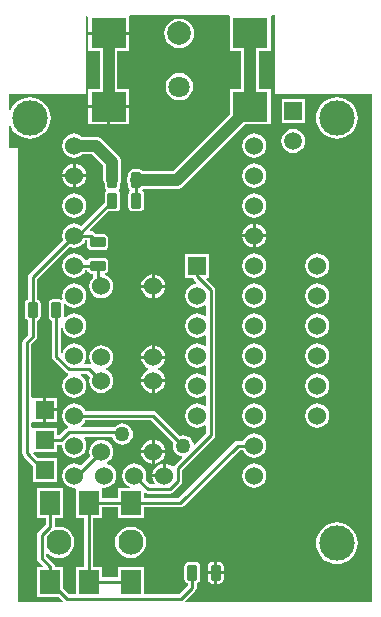
<source format=gtl>
G04 Layer_Physical_Order=1*
G04 Layer_Color=255*
%FSLAX24Y24*%
%MOIN*%
G70*
G01*
G75*
%ADD10R,0.0600X0.0600*%
G04:AMPARAMS|DCode=11|XSize=51.2mil|YSize=31.5mil|CornerRadius=3.9mil|HoleSize=0mil|Usage=FLASHONLY|Rotation=90.000|XOffset=0mil|YOffset=0mil|HoleType=Round|Shape=RoundedRectangle|*
%AMROUNDEDRECTD11*
21,1,0.0512,0.0236,0,0,90.0*
21,1,0.0433,0.0315,0,0,90.0*
1,1,0.0079,0.0118,0.0217*
1,1,0.0079,0.0118,-0.0217*
1,1,0.0079,-0.0118,-0.0217*
1,1,0.0079,-0.0118,0.0217*
%
%ADD11ROUNDEDRECTD11*%
G04:AMPARAMS|DCode=12|XSize=51.2mil|YSize=31.5mil|CornerRadius=3.9mil|HoleSize=0mil|Usage=FLASHONLY|Rotation=0.000|XOffset=0mil|YOffset=0mil|HoleType=Round|Shape=RoundedRectangle|*
%AMROUNDEDRECTD12*
21,1,0.0512,0.0236,0,0,0.0*
21,1,0.0433,0.0315,0,0,0.0*
1,1,0.0079,0.0217,-0.0118*
1,1,0.0079,-0.0217,-0.0118*
1,1,0.0079,-0.0217,0.0118*
1,1,0.0079,0.0217,0.0118*
%
%ADD12ROUNDEDRECTD12*%
%ADD13R,0.0669X0.0787*%
%ADD14R,0.1181X0.0984*%
%ADD15C,0.0100*%
%ADD16C,0.0394*%
%ADD17C,0.0600*%
%ADD18C,0.0591*%
%ADD19R,0.0591X0.0591*%
%ADD20C,0.0500*%
%ADD21C,0.1181*%
%ADD22C,0.0839*%
%ADD23C,0.0709*%
%ADD24C,0.0787*%
G36*
X54232Y27953D02*
X57480D01*
Y11024D01*
X51271D01*
X51251Y11074D01*
X51585Y11408D01*
X51618Y11457D01*
X51629Y11516D01*
Y11656D01*
X51649Y11660D01*
X51695Y11691D01*
X51726Y11737D01*
X51737Y11791D01*
Y12224D01*
X51726Y12279D01*
X51695Y12325D01*
X51649Y12356D01*
X51594Y12367D01*
X51358D01*
X51304Y12356D01*
X51258Y12325D01*
X51227Y12279D01*
X51216Y12224D01*
Y11791D01*
X51227Y11737D01*
X51258Y11691D01*
X51304Y11660D01*
X51323Y11656D01*
Y11579D01*
X51029Y11285D01*
X49860D01*
Y12196D01*
X48991D01*
Y11856D01*
X48462D01*
Y12196D01*
X48180D01*
Y13847D01*
X48462D01*
Y14188D01*
X48991D01*
Y13847D01*
X49860D01*
Y14188D01*
X51083D01*
X51141Y14199D01*
X51191Y14232D01*
X53055Y16097D01*
X53180D01*
X53201Y16048D01*
X53265Y15965D01*
X53348Y15901D01*
X53446Y15860D01*
X53550Y15847D01*
X53654Y15860D01*
X53752Y15901D01*
X53835Y15965D01*
X53899Y16048D01*
X53940Y16146D01*
X53953Y16250D01*
X53940Y16354D01*
X53899Y16452D01*
X53835Y16535D01*
X53752Y16599D01*
X53654Y16640D01*
X53550Y16653D01*
X53446Y16640D01*
X53348Y16599D01*
X53265Y16535D01*
X53201Y16452D01*
X53180Y16403D01*
X52992D01*
X52934Y16391D01*
X52884Y16358D01*
X51019Y14493D01*
X49860D01*
Y14657D01*
X49910Y14680D01*
X49941Y14659D01*
X50000Y14647D01*
X50736D01*
X50795Y14659D01*
X50845Y14692D01*
X51108Y14955D01*
X51141Y15005D01*
X51153Y15064D01*
Y15430D01*
X52208Y16485D01*
X52241Y16535D01*
X52253Y16593D01*
Y21436D01*
X52241Y21495D01*
X52208Y21545D01*
X51949Y21804D01*
X51968Y21850D01*
X52050D01*
Y22650D01*
X51250D01*
Y21850D01*
X51504D01*
X51509Y21828D01*
X51542Y21778D01*
X51620Y21700D01*
X51602Y21647D01*
X51546Y21640D01*
X51448Y21599D01*
X51365Y21535D01*
X51301Y21452D01*
X51260Y21354D01*
X51247Y21250D01*
X51260Y21146D01*
X51301Y21048D01*
X51365Y20965D01*
X51448Y20901D01*
X51546Y20860D01*
X51650Y20847D01*
X51754Y20860D01*
X51852Y20901D01*
X51897Y20935D01*
X51947Y20911D01*
Y20589D01*
X51897Y20565D01*
X51852Y20599D01*
X51754Y20640D01*
X51650Y20653D01*
X51546Y20640D01*
X51448Y20599D01*
X51365Y20535D01*
X51301Y20452D01*
X51260Y20354D01*
X51247Y20250D01*
X51260Y20146D01*
X51301Y20048D01*
X51365Y19965D01*
X51448Y19901D01*
X51546Y19860D01*
X51650Y19847D01*
X51754Y19860D01*
X51852Y19901D01*
X51897Y19935D01*
X51947Y19911D01*
Y19589D01*
X51897Y19565D01*
X51852Y19599D01*
X51754Y19640D01*
X51650Y19653D01*
X51546Y19640D01*
X51448Y19599D01*
X51365Y19535D01*
X51301Y19452D01*
X51260Y19354D01*
X51247Y19250D01*
X51260Y19146D01*
X51301Y19048D01*
X51365Y18965D01*
X51448Y18901D01*
X51546Y18860D01*
X51650Y18847D01*
X51754Y18860D01*
X51852Y18901D01*
X51897Y18935D01*
X51947Y18911D01*
Y18589D01*
X51897Y18565D01*
X51852Y18599D01*
X51754Y18640D01*
X51650Y18653D01*
X51546Y18640D01*
X51448Y18599D01*
X51365Y18535D01*
X51301Y18452D01*
X51260Y18354D01*
X51247Y18250D01*
X51260Y18146D01*
X51301Y18048D01*
X51365Y17965D01*
X51448Y17901D01*
X51546Y17860D01*
X51650Y17847D01*
X51754Y17860D01*
X51852Y17901D01*
X51897Y17935D01*
X51947Y17911D01*
Y17589D01*
X51897Y17565D01*
X51852Y17599D01*
X51754Y17640D01*
X51650Y17653D01*
X51546Y17640D01*
X51448Y17599D01*
X51365Y17535D01*
X51301Y17452D01*
X51260Y17354D01*
X51247Y17250D01*
X51260Y17146D01*
X51301Y17048D01*
X51365Y16965D01*
X51448Y16901D01*
X51546Y16860D01*
X51650Y16847D01*
X51754Y16860D01*
X51852Y16901D01*
X51897Y16935D01*
X51947Y16911D01*
Y16657D01*
X51574Y16283D01*
X51526Y16299D01*
X51522Y16332D01*
X51487Y16417D01*
X51431Y16490D01*
X51358Y16546D01*
X51272Y16581D01*
X51181Y16593D01*
X51090Y16581D01*
X51066Y16571D01*
X50279Y17358D01*
X50230Y17391D01*
X50171Y17403D01*
X47920D01*
X47899Y17452D01*
X47835Y17535D01*
X47752Y17599D01*
X47654Y17640D01*
X47550Y17653D01*
X47446Y17640D01*
X47348Y17599D01*
X47265Y17535D01*
X47201Y17452D01*
X47160Y17354D01*
X47147Y17250D01*
X47160Y17146D01*
X47201Y17048D01*
X47265Y16965D01*
X47348Y16901D01*
X47348Y16900D01*
X47343Y16849D01*
X47305Y16841D01*
X47255Y16808D01*
X47037Y16590D01*
X46955D01*
Y16837D01*
X46168D01*
X46155Y16837D01*
X46118Y16867D01*
Y17007D01*
X46155Y17037D01*
X46168Y17037D01*
X46505D01*
Y17437D01*
Y17837D01*
X46168D01*
X46155Y17837D01*
X46118Y17867D01*
Y19622D01*
X46270Y19774D01*
X46303Y19823D01*
X46314Y19882D01*
Y20416D01*
X46334Y20420D01*
X46380Y20451D01*
X46411Y20497D01*
X46422Y20551D01*
Y20984D01*
X46411Y21039D01*
X46380Y21085D01*
X46334Y21116D01*
X46314Y21119D01*
Y21798D01*
X47397Y22880D01*
X47446Y22860D01*
X47550Y22847D01*
X47654Y22860D01*
X47752Y22901D01*
X47835Y22965D01*
X47899Y23048D01*
X47920Y23097D01*
X47968D01*
Y22913D01*
X47979Y22859D01*
X48010Y22813D01*
X48056Y22782D01*
X48110Y22771D01*
X48543D01*
X48598Y22782D01*
X48644Y22813D01*
X48675Y22859D01*
X48685Y22913D01*
Y23150D01*
X48675Y23204D01*
X48644Y23250D01*
X48598Y23281D01*
X48543Y23292D01*
X48283D01*
X48216Y23358D01*
X48167Y23391D01*
X48108Y23403D01*
X48094D01*
X48075Y23449D01*
X48681Y24055D01*
X48701Y24051D01*
X48937D01*
X48991Y24062D01*
X49037Y24092D01*
X49068Y24139D01*
X49079Y24193D01*
Y24626D01*
X49068Y24680D01*
X49040Y24723D01*
X49034Y24738D01*
Y24770D01*
X49040Y24785D01*
X49068Y24828D01*
X49079Y24882D01*
Y24951D01*
X49108Y25021D01*
X49118Y25098D01*
Y25689D01*
X49108Y25766D01*
X49091Y25809D01*
X49078Y25839D01*
X49031Y25901D01*
X48470Y26462D01*
X48408Y26509D01*
X48335Y26539D01*
X48258Y26549D01*
X47817D01*
X47752Y26599D01*
X47654Y26640D01*
X47550Y26653D01*
X47446Y26640D01*
X47348Y26599D01*
X47265Y26535D01*
X47201Y26452D01*
X47160Y26354D01*
X47147Y26250D01*
X47160Y26146D01*
X47201Y26048D01*
X47265Y25965D01*
X47348Y25901D01*
X47446Y25860D01*
X47550Y25847D01*
X47654Y25860D01*
X47752Y25901D01*
X47817Y25951D01*
X48134D01*
X48519Y25565D01*
Y25098D01*
X48530Y25021D01*
X48559Y24951D01*
Y24882D01*
X48569Y24828D01*
X48598Y24785D01*
X48604Y24770D01*
Y24738D01*
X48598Y24723D01*
X48569Y24680D01*
X48559Y24626D01*
Y24366D01*
X47775Y23582D01*
X47752Y23599D01*
X47654Y23640D01*
X47550Y23653D01*
X47446Y23640D01*
X47348Y23599D01*
X47265Y23535D01*
X47201Y23452D01*
X47160Y23354D01*
X47147Y23250D01*
X47160Y23146D01*
X47181Y23097D01*
X46053Y21970D01*
X46020Y21920D01*
X46008Y21861D01*
Y21119D01*
X45989Y21116D01*
X45943Y21085D01*
X45912Y21039D01*
X45901Y20984D01*
Y20551D01*
X45912Y20497D01*
X45943Y20451D01*
X45989Y20420D01*
X46008Y20416D01*
Y19945D01*
X45856Y19793D01*
X45823Y19744D01*
X45812Y19685D01*
Y15985D01*
X45823Y15927D01*
X45856Y15877D01*
X46155Y15579D01*
Y15037D01*
X46955D01*
Y15837D01*
X46329D01*
X46179Y15987D01*
X46200Y16037D01*
X46955D01*
Y16284D01*
X47101D01*
X47110Y16286D01*
X47135Y16263D01*
X47148Y16242D01*
X47160Y16146D01*
X47201Y16048D01*
X47265Y15965D01*
X47348Y15901D01*
X47446Y15860D01*
X47550Y15847D01*
X47654Y15860D01*
X47752Y15901D01*
X47835Y15965D01*
X47899Y16048D01*
X47940Y16146D01*
X47953Y16250D01*
X47940Y16354D01*
X47899Y16452D01*
X47865Y16497D01*
X47889Y16547D01*
X48806D01*
X48807Y16542D01*
X48842Y16457D01*
X48898Y16384D01*
X48972Y16328D01*
X49057Y16293D01*
X49148Y16281D01*
X49239Y16293D01*
X49325Y16328D01*
X49398Y16384D01*
X49454Y16457D01*
X49489Y16542D01*
X49501Y16634D01*
X49489Y16725D01*
X49454Y16810D01*
X49398Y16883D01*
X49325Y16940D01*
X49239Y16975D01*
X49148Y16987D01*
X49057Y16975D01*
X48972Y16940D01*
X48898Y16883D01*
X48875Y16853D01*
X47780D01*
X47755Y16898D01*
X47755Y16903D01*
X47835Y16965D01*
X47899Y17048D01*
X47920Y17097D01*
X50108D01*
X50850Y16355D01*
X50840Y16332D01*
X50828Y16240D01*
X50840Y16149D01*
X50875Y16064D01*
X50931Y15991D01*
X51005Y15934D01*
X51090Y15899D01*
X51122Y15895D01*
X51138Y15848D01*
X50892Y15602D01*
X50870Y15569D01*
X50869Y15568D01*
X50819Y15555D01*
X50809Y15556D01*
X50752Y15599D01*
X50654Y15640D01*
X50600Y15647D01*
Y15250D01*
X50550D01*
Y15200D01*
X50153D01*
X50160Y15146D01*
X50201Y15048D01*
X50235Y15003D01*
X50211Y14953D01*
X50063D01*
X49920Y15097D01*
X49940Y15146D01*
X49953Y15250D01*
X49940Y15354D01*
X49899Y15452D01*
X49835Y15535D01*
X49752Y15599D01*
X49654Y15640D01*
X49550Y15653D01*
X49446Y15640D01*
X49348Y15599D01*
X49265Y15535D01*
X49201Y15452D01*
X49160Y15354D01*
X49147Y15250D01*
X49160Y15146D01*
X49201Y15048D01*
X49265Y14965D01*
X49348Y14901D01*
X49388Y14884D01*
X49378Y14834D01*
X48991D01*
Y14493D01*
X48462D01*
Y14808D01*
X48505Y14853D01*
X48550Y14847D01*
X48654Y14860D01*
X48752Y14901D01*
X48835Y14965D01*
X48899Y15048D01*
X48940Y15146D01*
X48953Y15250D01*
X48940Y15354D01*
X48899Y15452D01*
X48835Y15535D01*
X48752Y15599D01*
X48654Y15640D01*
X48648Y15641D01*
X48642Y15692D01*
X48647Y15694D01*
X48730Y15758D01*
X48794Y15842D01*
X48835Y15939D01*
X48848Y16043D01*
X48835Y16148D01*
X48794Y16245D01*
X48730Y16329D01*
X48647Y16393D01*
X48549Y16433D01*
X48445Y16447D01*
X48340Y16433D01*
X48243Y16393D01*
X48160Y16329D01*
X48095Y16245D01*
X48055Y16148D01*
X48041Y16043D01*
X48055Y15939D01*
X48075Y15890D01*
X47770Y15585D01*
X47752Y15599D01*
X47654Y15640D01*
X47550Y15653D01*
X47446Y15640D01*
X47348Y15599D01*
X47265Y15535D01*
X47201Y15452D01*
X47160Y15354D01*
X47147Y15250D01*
X47160Y15146D01*
X47201Y15048D01*
X47265Y14965D01*
X47348Y14901D01*
X47446Y14860D01*
X47548Y14847D01*
X47550Y14846D01*
X47593Y14802D01*
Y13847D01*
X47875D01*
Y12196D01*
X47593D01*
Y11285D01*
X47382D01*
X47183Y11484D01*
Y12196D01*
X46901D01*
Y12206D01*
X46889Y12265D01*
X46856Y12314D01*
X46611Y12559D01*
Y12636D01*
X46631Y12642D01*
X46661Y12648D01*
X46766Y12568D01*
X46892Y12516D01*
X47028Y12498D01*
X47163Y12516D01*
X47289Y12568D01*
X47398Y12651D01*
X47481Y12760D01*
X47533Y12886D01*
X47551Y13022D01*
X47533Y13157D01*
X47481Y13284D01*
X47398Y13392D01*
X47289Y13475D01*
X47163Y13528D01*
X47028Y13545D01*
X46946Y13535D01*
X46901Y13579D01*
Y13847D01*
X47183D01*
Y14834D01*
X46313D01*
Y13847D01*
X46595D01*
Y13611D01*
X46350Y13366D01*
X46317Y13316D01*
X46305Y13257D01*
Y12496D01*
X46317Y12438D01*
X46350Y12388D01*
X46495Y12243D01*
X46476Y12196D01*
X46313D01*
Y11209D01*
X47025D01*
X47161Y11074D01*
X47140Y11024D01*
X45669D01*
Y26181D01*
X45374Y26181D01*
Y26885D01*
X45422Y26900D01*
X45486Y26780D01*
X45572Y26675D01*
X45677Y26588D01*
X45797Y26524D01*
X45928Y26485D01*
X46063Y26471D01*
X46198Y26485D01*
X46329Y26524D01*
X46448Y26588D01*
X46554Y26675D01*
X46640Y26780D01*
X46704Y26900D01*
X46744Y27030D01*
X46757Y27165D01*
X46744Y27301D01*
X46704Y27431D01*
X46640Y27551D01*
X46554Y27656D01*
X46448Y27742D01*
X46329Y27806D01*
X46198Y27846D01*
X46063Y27859D01*
X45928Y27846D01*
X45797Y27806D01*
X45677Y27742D01*
X45572Y27656D01*
X45486Y27551D01*
X45422Y27431D01*
X45374Y27445D01*
Y27953D01*
X47933Y27953D01*
Y30568D01*
X47947Y30574D01*
X47964Y30570D01*
X47997Y30542D01*
Y30036D01*
X48688D01*
X49378D01*
Y30560D01*
X49378Y30578D01*
X49415Y30610D01*
X52685D01*
X52722Y30578D01*
X52722Y30560D01*
Y29394D01*
X53113D01*
Y28137D01*
X52722D01*
Y27278D01*
X50842Y25398D01*
X49837D01*
X49825Y25415D01*
X49779Y25446D01*
X49724Y25457D01*
X49488D01*
X49434Y25446D01*
X49388Y25415D01*
X49357Y25369D01*
X49346Y25315D01*
Y25246D01*
X49317Y25176D01*
X49307Y25098D01*
X49317Y25021D01*
X49346Y24951D01*
Y24882D01*
X49357Y24828D01*
X49385Y24785D01*
X49391Y24770D01*
Y24738D01*
X49385Y24723D01*
X49357Y24680D01*
X49346Y24626D01*
Y24193D01*
X49357Y24139D01*
X49388Y24092D01*
X49434Y24062D01*
X49488Y24051D01*
X49724D01*
X49779Y24062D01*
X49825Y24092D01*
X49856Y24139D01*
X49867Y24193D01*
Y24626D01*
X49856Y24680D01*
X49827Y24723D01*
X49821Y24738D01*
Y24755D01*
X49863Y24799D01*
X50966D01*
X51043Y24809D01*
X51115Y24839D01*
X51177Y24887D01*
X53244Y26953D01*
X54103D01*
Y28137D01*
X53712D01*
Y29394D01*
X54103D01*
Y30560D01*
X54103Y30578D01*
X54139Y30610D01*
X54232D01*
Y27953D01*
D02*
G37*
%LPC*%
G36*
X51050Y30484D02*
X50921Y30467D01*
X50801Y30417D01*
X50698Y30338D01*
X50619Y30235D01*
X50569Y30115D01*
X50552Y29986D01*
X50569Y29857D01*
X50619Y29737D01*
X50698Y29634D01*
X50801Y29555D01*
X50921Y29505D01*
X51050Y29488D01*
X51179Y29505D01*
X51299Y29555D01*
X51402Y29634D01*
X51481Y29737D01*
X51531Y29857D01*
X51548Y29986D01*
X51531Y30115D01*
X51481Y30235D01*
X51402Y30338D01*
X51299Y30417D01*
X51179Y30467D01*
X51050Y30484D01*
D02*
G37*
G36*
Y28672D02*
X50931Y28657D01*
X50821Y28611D01*
X50726Y28538D01*
X50653Y28443D01*
X50607Y28333D01*
X50592Y28214D01*
X50607Y28096D01*
X50653Y27985D01*
X50726Y27890D01*
X50821Y27817D01*
X50931Y27772D01*
X51050Y27756D01*
X51169Y27772D01*
X51279Y27817D01*
X51374Y27890D01*
X51447Y27985D01*
X51493Y28096D01*
X51508Y28214D01*
X51493Y28333D01*
X51447Y28443D01*
X51374Y28538D01*
X51279Y28611D01*
X51169Y28657D01*
X51050Y28672D01*
D02*
G37*
G36*
X49378Y29936D02*
X48688D01*
X47997D01*
Y29394D01*
X48388D01*
Y28137D01*
X47997D01*
Y27595D01*
X48688D01*
X49378D01*
Y28137D01*
X48987D01*
Y29394D01*
X49378D01*
Y29936D01*
D02*
G37*
G36*
X55245Y27795D02*
X54455D01*
Y27005D01*
X55245D01*
Y27795D01*
D02*
G37*
G36*
X49378Y27495D02*
X48738D01*
Y26953D01*
X49378D01*
Y27495D01*
D02*
G37*
G36*
X48638D02*
X47997D01*
Y26953D01*
X48638D01*
Y27495D01*
D02*
G37*
G36*
X56299Y27859D02*
X56164Y27846D01*
X56034Y27806D01*
X55914Y27742D01*
X55809Y27656D01*
X55722Y27551D01*
X55658Y27431D01*
X55619Y27301D01*
X55605Y27165D01*
X55619Y27030D01*
X55658Y26900D01*
X55722Y26780D01*
X55809Y26675D01*
X55914Y26588D01*
X56034Y26524D01*
X56164Y26485D01*
X56299Y26471D01*
X56435Y26485D01*
X56565Y26524D01*
X56685Y26588D01*
X56790Y26675D01*
X56876Y26780D01*
X56940Y26900D01*
X56980Y27030D01*
X56993Y27165D01*
X56980Y27301D01*
X56940Y27431D01*
X56876Y27551D01*
X56790Y27656D01*
X56685Y27742D01*
X56565Y27806D01*
X56435Y27846D01*
X56299Y27859D01*
D02*
G37*
G36*
X54850Y26799D02*
X54747Y26785D01*
X54651Y26745D01*
X54568Y26682D01*
X54505Y26599D01*
X54465Y26503D01*
X54451Y26400D01*
X54465Y26297D01*
X54505Y26201D01*
X54568Y26118D01*
X54651Y26055D01*
X54747Y26015D01*
X54850Y26001D01*
X54953Y26015D01*
X55049Y26055D01*
X55132Y26118D01*
X55195Y26201D01*
X55235Y26297D01*
X55249Y26400D01*
X55235Y26503D01*
X55195Y26599D01*
X55132Y26682D01*
X55049Y26745D01*
X54953Y26785D01*
X54850Y26799D01*
D02*
G37*
G36*
X53550Y26653D02*
X53446Y26640D01*
X53348Y26599D01*
X53265Y26535D01*
X53201Y26452D01*
X53160Y26354D01*
X53147Y26250D01*
X53160Y26146D01*
X53201Y26048D01*
X53265Y25965D01*
X53348Y25901D01*
X53446Y25860D01*
X53550Y25847D01*
X53654Y25860D01*
X53752Y25901D01*
X53835Y25965D01*
X53899Y26048D01*
X53940Y26146D01*
X53953Y26250D01*
X53940Y26354D01*
X53899Y26452D01*
X53835Y26535D01*
X53752Y26599D01*
X53654Y26640D01*
X53550Y26653D01*
D02*
G37*
G36*
X47600Y25647D02*
Y25300D01*
X47947D01*
X47940Y25354D01*
X47899Y25452D01*
X47835Y25535D01*
X47752Y25599D01*
X47654Y25640D01*
X47600Y25647D01*
D02*
G37*
G36*
X47500D02*
X47446Y25640D01*
X47348Y25599D01*
X47265Y25535D01*
X47201Y25452D01*
X47160Y25354D01*
X47153Y25300D01*
X47500D01*
Y25647D01*
D02*
G37*
G36*
X47947Y25200D02*
X47600D01*
Y24853D01*
X47654Y24860D01*
X47752Y24901D01*
X47835Y24965D01*
X47899Y25048D01*
X47940Y25146D01*
X47947Y25200D01*
D02*
G37*
G36*
X47500D02*
X47153D01*
X47160Y25146D01*
X47201Y25048D01*
X47265Y24965D01*
X47348Y24901D01*
X47446Y24860D01*
X47500Y24853D01*
Y25200D01*
D02*
G37*
G36*
X53550Y25653D02*
X53446Y25640D01*
X53348Y25599D01*
X53265Y25535D01*
X53201Y25452D01*
X53160Y25354D01*
X53147Y25250D01*
X53160Y25146D01*
X53201Y25048D01*
X53265Y24965D01*
X53348Y24901D01*
X53446Y24860D01*
X53550Y24847D01*
X53654Y24860D01*
X53752Y24901D01*
X53835Y24965D01*
X53899Y25048D01*
X53940Y25146D01*
X53953Y25250D01*
X53940Y25354D01*
X53899Y25452D01*
X53835Y25535D01*
X53752Y25599D01*
X53654Y25640D01*
X53550Y25653D01*
D02*
G37*
G36*
Y24653D02*
X53446Y24640D01*
X53348Y24599D01*
X53265Y24535D01*
X53201Y24452D01*
X53160Y24354D01*
X53147Y24250D01*
X53160Y24146D01*
X53201Y24048D01*
X53265Y23965D01*
X53348Y23901D01*
X53446Y23860D01*
X53550Y23847D01*
X53654Y23860D01*
X53752Y23901D01*
X53835Y23965D01*
X53899Y24048D01*
X53940Y24146D01*
X53953Y24250D01*
X53940Y24354D01*
X53899Y24452D01*
X53835Y24535D01*
X53752Y24599D01*
X53654Y24640D01*
X53550Y24653D01*
D02*
G37*
G36*
X47550D02*
X47446Y24640D01*
X47348Y24599D01*
X47265Y24535D01*
X47201Y24452D01*
X47160Y24354D01*
X47147Y24250D01*
X47160Y24146D01*
X47201Y24048D01*
X47265Y23965D01*
X47348Y23901D01*
X47446Y23860D01*
X47550Y23847D01*
X47654Y23860D01*
X47752Y23901D01*
X47835Y23965D01*
X47899Y24048D01*
X47940Y24146D01*
X47953Y24250D01*
X47940Y24354D01*
X47899Y24452D01*
X47835Y24535D01*
X47752Y24599D01*
X47654Y24640D01*
X47550Y24653D01*
D02*
G37*
G36*
X53600Y23647D02*
Y23300D01*
X53947D01*
X53940Y23354D01*
X53899Y23452D01*
X53835Y23535D01*
X53752Y23599D01*
X53654Y23640D01*
X53600Y23647D01*
D02*
G37*
G36*
X53500D02*
X53446Y23640D01*
X53348Y23599D01*
X53265Y23535D01*
X53201Y23452D01*
X53160Y23354D01*
X53153Y23300D01*
X53500D01*
Y23647D01*
D02*
G37*
G36*
X53947Y23200D02*
X53600D01*
Y22853D01*
X53654Y22860D01*
X53752Y22901D01*
X53835Y22965D01*
X53899Y23048D01*
X53940Y23146D01*
X53947Y23200D01*
D02*
G37*
G36*
X53500D02*
X53153D01*
X53160Y23146D01*
X53201Y23048D01*
X53265Y22965D01*
X53348Y22901D01*
X53446Y22860D01*
X53500Y22853D01*
Y23200D01*
D02*
G37*
G36*
X55650Y22653D02*
X55546Y22640D01*
X55448Y22599D01*
X55365Y22535D01*
X55301Y22452D01*
X55260Y22354D01*
X55247Y22250D01*
X55260Y22146D01*
X55301Y22048D01*
X55365Y21965D01*
X55448Y21901D01*
X55546Y21860D01*
X55650Y21847D01*
X55754Y21860D01*
X55852Y21901D01*
X55935Y21965D01*
X55999Y22048D01*
X56040Y22146D01*
X56053Y22250D01*
X56040Y22354D01*
X55999Y22452D01*
X55935Y22535D01*
X55852Y22599D01*
X55754Y22640D01*
X55650Y22653D01*
D02*
G37*
G36*
X53550D02*
X53446Y22640D01*
X53348Y22599D01*
X53265Y22535D01*
X53201Y22452D01*
X53160Y22354D01*
X53147Y22250D01*
X53160Y22146D01*
X53201Y22048D01*
X53265Y21965D01*
X53348Y21901D01*
X53446Y21860D01*
X53550Y21847D01*
X53654Y21860D01*
X53752Y21901D01*
X53835Y21965D01*
X53899Y22048D01*
X53940Y22146D01*
X53953Y22250D01*
X53940Y22354D01*
X53899Y22452D01*
X53835Y22535D01*
X53752Y22599D01*
X53654Y22640D01*
X53550Y22653D01*
D02*
G37*
G36*
X50227Y21952D02*
Y21605D01*
X50574D01*
X50567Y21660D01*
X50527Y21757D01*
X50462Y21840D01*
X50379Y21905D01*
X50282Y21945D01*
X50227Y21952D01*
D02*
G37*
G36*
X50127Y21952D02*
X50073Y21945D01*
X49975Y21905D01*
X49892Y21840D01*
X49828Y21757D01*
X49787Y21660D01*
X49780Y21605D01*
X50127D01*
Y21952D01*
D02*
G37*
G36*
X50574Y21505D02*
X50227D01*
Y21158D01*
X50282Y21165D01*
X50379Y21206D01*
X50462Y21270D01*
X50527Y21353D01*
X50567Y21451D01*
X50574Y21505D01*
D02*
G37*
G36*
X50127D02*
X49780D01*
X49787Y21451D01*
X49828Y21353D01*
X49892Y21270D01*
X49975Y21206D01*
X50073Y21165D01*
X50127Y21158D01*
Y21505D01*
D02*
G37*
G36*
X47550Y22653D02*
X47446Y22640D01*
X47348Y22599D01*
X47265Y22535D01*
X47201Y22452D01*
X47160Y22354D01*
X47147Y22250D01*
X47160Y22146D01*
X47201Y22048D01*
X47265Y21965D01*
X47348Y21901D01*
X47446Y21860D01*
X47550Y21847D01*
X47654Y21860D01*
X47752Y21901D01*
X47835Y21965D01*
X47899Y22048D01*
X47917Y22091D01*
X47975D01*
X47979Y22072D01*
X48010Y22025D01*
X48056Y21995D01*
X48110Y21984D01*
X48174D01*
Y21851D01*
X48160Y21840D01*
X48095Y21757D01*
X48055Y21660D01*
X48041Y21555D01*
X48055Y21451D01*
X48095Y21353D01*
X48160Y21270D01*
X48243Y21206D01*
X48340Y21165D01*
X48445Y21152D01*
X48549Y21165D01*
X48647Y21206D01*
X48730Y21270D01*
X48794Y21353D01*
X48835Y21451D01*
X48848Y21555D01*
X48835Y21660D01*
X48794Y21757D01*
X48730Y21840D01*
X48647Y21905D01*
X48567Y21938D01*
X48572Y21990D01*
X48598Y21995D01*
X48644Y22025D01*
X48675Y22072D01*
X48685Y22126D01*
Y22362D01*
X48675Y22417D01*
X48644Y22463D01*
X48598Y22493D01*
X48543Y22504D01*
X48110D01*
X48056Y22493D01*
X48010Y22463D01*
X47979Y22417D01*
X47975Y22397D01*
X47922D01*
X47899Y22452D01*
X47835Y22535D01*
X47752Y22599D01*
X47654Y22640D01*
X47550Y22653D01*
D02*
G37*
G36*
Y21653D02*
X47446Y21640D01*
X47348Y21599D01*
X47265Y21535D01*
X47201Y21452D01*
X47160Y21354D01*
X47147Y21250D01*
X47160Y21150D01*
X47147Y21135D01*
X47118Y21116D01*
X47067Y21126D01*
X46831D01*
X46776Y21116D01*
X46730Y21085D01*
X46699Y21039D01*
X46689Y20984D01*
Y20551D01*
X46699Y20497D01*
X46730Y20451D01*
X46776Y20420D01*
X46796Y20416D01*
Y19215D01*
X46808Y19156D01*
X46841Y19107D01*
X47255Y18692D01*
X47305Y18659D01*
X47343Y18651D01*
X47348Y18600D01*
X47348Y18599D01*
X47265Y18535D01*
X47201Y18452D01*
X47160Y18354D01*
X47147Y18250D01*
X47160Y18146D01*
X47201Y18048D01*
X47265Y17965D01*
X47348Y17901D01*
X47446Y17860D01*
X47550Y17847D01*
X47654Y17860D01*
X47752Y17901D01*
X47835Y17965D01*
X47899Y18048D01*
X47940Y18146D01*
X47953Y18250D01*
X47940Y18354D01*
X47899Y18452D01*
X47835Y18535D01*
X47755Y18597D01*
X47755Y18602D01*
X47780Y18647D01*
X47967D01*
X48070Y18545D01*
X48055Y18510D01*
X48041Y18406D01*
X48055Y18301D01*
X48095Y18204D01*
X48160Y18120D01*
X48243Y18056D01*
X48340Y18016D01*
X48445Y18002D01*
X48549Y18016D01*
X48647Y18056D01*
X48730Y18120D01*
X48794Y18204D01*
X48835Y18301D01*
X48848Y18406D01*
X48835Y18510D01*
X48794Y18607D01*
X48730Y18691D01*
X48647Y18755D01*
X48605Y18772D01*
Y18826D01*
X48647Y18844D01*
X48730Y18908D01*
X48794Y18991D01*
X48835Y19088D01*
X48848Y19193D01*
X48835Y19297D01*
X48794Y19395D01*
X48730Y19478D01*
X48647Y19542D01*
X48549Y19583D01*
X48445Y19596D01*
X48340Y19583D01*
X48243Y19542D01*
X48160Y19478D01*
X48095Y19395D01*
X48055Y19297D01*
X48041Y19193D01*
X48055Y19088D01*
X48095Y18991D01*
X48096Y18991D01*
X48067Y18946D01*
X48031Y18953D01*
X47889D01*
X47865Y19003D01*
X47899Y19048D01*
X47940Y19146D01*
X47953Y19250D01*
X47940Y19354D01*
X47899Y19452D01*
X47835Y19535D01*
X47752Y19599D01*
X47654Y19640D01*
X47550Y19653D01*
X47446Y19640D01*
X47348Y19599D01*
X47265Y19535D01*
X47201Y19452D01*
X47160Y19354D01*
X47160Y19350D01*
X47106Y19321D01*
X47102Y19323D01*
Y20207D01*
X47152Y20210D01*
X47160Y20146D01*
X47201Y20048D01*
X47265Y19965D01*
X47348Y19901D01*
X47446Y19860D01*
X47550Y19847D01*
X47654Y19860D01*
X47752Y19901D01*
X47835Y19965D01*
X47899Y20048D01*
X47940Y20146D01*
X47953Y20250D01*
X47940Y20354D01*
X47899Y20452D01*
X47835Y20535D01*
X47752Y20599D01*
X47654Y20640D01*
X47550Y20653D01*
X47446Y20640D01*
X47348Y20599D01*
X47265Y20535D01*
X47254Y20521D01*
X47207Y20543D01*
X47209Y20551D01*
Y20955D01*
X47259Y20972D01*
X47265Y20965D01*
X47348Y20901D01*
X47446Y20860D01*
X47550Y20847D01*
X47654Y20860D01*
X47752Y20901D01*
X47835Y20965D01*
X47899Y21048D01*
X47940Y21146D01*
X47953Y21250D01*
X47940Y21354D01*
X47899Y21452D01*
X47835Y21535D01*
X47752Y21599D01*
X47654Y21640D01*
X47550Y21653D01*
D02*
G37*
G36*
X55650D02*
X55546Y21640D01*
X55448Y21599D01*
X55365Y21535D01*
X55301Y21452D01*
X55260Y21354D01*
X55247Y21250D01*
X55260Y21146D01*
X55301Y21048D01*
X55365Y20965D01*
X55448Y20901D01*
X55546Y20860D01*
X55650Y20847D01*
X55754Y20860D01*
X55852Y20901D01*
X55935Y20965D01*
X55999Y21048D01*
X56040Y21146D01*
X56053Y21250D01*
X56040Y21354D01*
X55999Y21452D01*
X55935Y21535D01*
X55852Y21599D01*
X55754Y21640D01*
X55650Y21653D01*
D02*
G37*
G36*
X53550D02*
X53446Y21640D01*
X53348Y21599D01*
X53265Y21535D01*
X53201Y21452D01*
X53160Y21354D01*
X53147Y21250D01*
X53160Y21146D01*
X53201Y21048D01*
X53265Y20965D01*
X53348Y20901D01*
X53446Y20860D01*
X53550Y20847D01*
X53654Y20860D01*
X53752Y20901D01*
X53835Y20965D01*
X53899Y21048D01*
X53940Y21146D01*
X53953Y21250D01*
X53940Y21354D01*
X53899Y21452D01*
X53835Y21535D01*
X53752Y21599D01*
X53654Y21640D01*
X53550Y21653D01*
D02*
G37*
G36*
X55650Y20653D02*
X55546Y20640D01*
X55448Y20599D01*
X55365Y20535D01*
X55301Y20452D01*
X55260Y20354D01*
X55247Y20250D01*
X55260Y20146D01*
X55301Y20048D01*
X55365Y19965D01*
X55448Y19901D01*
X55546Y19860D01*
X55650Y19847D01*
X55754Y19860D01*
X55852Y19901D01*
X55935Y19965D01*
X55999Y20048D01*
X56040Y20146D01*
X56053Y20250D01*
X56040Y20354D01*
X55999Y20452D01*
X55935Y20535D01*
X55852Y20599D01*
X55754Y20640D01*
X55650Y20653D01*
D02*
G37*
G36*
X53550D02*
X53446Y20640D01*
X53348Y20599D01*
X53265Y20535D01*
X53201Y20452D01*
X53160Y20354D01*
X53147Y20250D01*
X53160Y20146D01*
X53201Y20048D01*
X53265Y19965D01*
X53348Y19901D01*
X53446Y19860D01*
X53550Y19847D01*
X53654Y19860D01*
X53752Y19901D01*
X53835Y19965D01*
X53899Y20048D01*
X53940Y20146D01*
X53953Y20250D01*
X53940Y20354D01*
X53899Y20452D01*
X53835Y20535D01*
X53752Y20599D01*
X53654Y20640D01*
X53550Y20653D01*
D02*
G37*
G36*
X50227Y19590D02*
Y19243D01*
X50574D01*
X50567Y19297D01*
X50527Y19395D01*
X50462Y19478D01*
X50379Y19542D01*
X50282Y19583D01*
X50227Y19590D01*
D02*
G37*
G36*
X50127Y19590D02*
X50073Y19583D01*
X49975Y19542D01*
X49892Y19478D01*
X49828Y19395D01*
X49787Y19297D01*
X49780Y19243D01*
X50127D01*
Y19590D01*
D02*
G37*
G36*
X55650Y19653D02*
X55546Y19640D01*
X55448Y19599D01*
X55365Y19535D01*
X55301Y19452D01*
X55260Y19354D01*
X55247Y19250D01*
X55260Y19146D01*
X55301Y19048D01*
X55365Y18965D01*
X55448Y18901D01*
X55546Y18860D01*
X55650Y18847D01*
X55754Y18860D01*
X55852Y18901D01*
X55935Y18965D01*
X55999Y19048D01*
X56040Y19146D01*
X56053Y19250D01*
X56040Y19354D01*
X55999Y19452D01*
X55935Y19535D01*
X55852Y19599D01*
X55754Y19640D01*
X55650Y19653D01*
D02*
G37*
G36*
X53550D02*
X53446Y19640D01*
X53348Y19599D01*
X53265Y19535D01*
X53201Y19452D01*
X53160Y19354D01*
X53147Y19250D01*
X53160Y19146D01*
X53201Y19048D01*
X53265Y18965D01*
X53348Y18901D01*
X53446Y18860D01*
X53550Y18847D01*
X53654Y18860D01*
X53752Y18901D01*
X53835Y18965D01*
X53899Y19048D01*
X53940Y19146D01*
X53953Y19250D01*
X53940Y19354D01*
X53899Y19452D01*
X53835Y19535D01*
X53752Y19599D01*
X53654Y19640D01*
X53550Y19653D01*
D02*
G37*
G36*
X50574Y19143D02*
X50177D01*
X49780D01*
X49787Y19088D01*
X49828Y18991D01*
X49892Y18908D01*
X49975Y18844D01*
X50017Y18826D01*
Y18772D01*
X49975Y18755D01*
X49892Y18691D01*
X49828Y18607D01*
X49787Y18510D01*
X49780Y18456D01*
X50177D01*
X50574D01*
X50567Y18510D01*
X50527Y18607D01*
X50462Y18691D01*
X50379Y18755D01*
X50337Y18772D01*
Y18826D01*
X50379Y18844D01*
X50462Y18908D01*
X50527Y18991D01*
X50567Y19088D01*
X50574Y19143D01*
D02*
G37*
G36*
Y18356D02*
X50227D01*
Y18009D01*
X50282Y18016D01*
X50379Y18056D01*
X50462Y18120D01*
X50527Y18204D01*
X50567Y18301D01*
X50574Y18356D01*
D02*
G37*
G36*
X50127D02*
X49780D01*
X49787Y18301D01*
X49828Y18204D01*
X49892Y18120D01*
X49975Y18056D01*
X50073Y18016D01*
X50127Y18009D01*
Y18356D01*
D02*
G37*
G36*
X55650Y18653D02*
X55546Y18640D01*
X55448Y18599D01*
X55365Y18535D01*
X55301Y18452D01*
X55260Y18354D01*
X55247Y18250D01*
X55260Y18146D01*
X55301Y18048D01*
X55365Y17965D01*
X55448Y17901D01*
X55546Y17860D01*
X55650Y17847D01*
X55754Y17860D01*
X55852Y17901D01*
X55935Y17965D01*
X55999Y18048D01*
X56040Y18146D01*
X56053Y18250D01*
X56040Y18354D01*
X55999Y18452D01*
X55935Y18535D01*
X55852Y18599D01*
X55754Y18640D01*
X55650Y18653D01*
D02*
G37*
G36*
X53550D02*
X53446Y18640D01*
X53348Y18599D01*
X53265Y18535D01*
X53201Y18452D01*
X53160Y18354D01*
X53147Y18250D01*
X53160Y18146D01*
X53201Y18048D01*
X53265Y17965D01*
X53348Y17901D01*
X53446Y17860D01*
X53550Y17847D01*
X53654Y17860D01*
X53752Y17901D01*
X53835Y17965D01*
X53899Y18048D01*
X53940Y18146D01*
X53953Y18250D01*
X53940Y18354D01*
X53899Y18452D01*
X53835Y18535D01*
X53752Y18599D01*
X53654Y18640D01*
X53550Y18653D01*
D02*
G37*
G36*
X46605Y17837D02*
Y17487D01*
X46955D01*
Y17837D01*
X46605D01*
D02*
G37*
G36*
X46955Y17387D02*
X46605D01*
Y17037D01*
X46955D01*
Y17387D01*
D02*
G37*
G36*
X55650Y17653D02*
X55546Y17640D01*
X55448Y17599D01*
X55365Y17535D01*
X55301Y17452D01*
X55260Y17354D01*
X55247Y17250D01*
X55260Y17146D01*
X55301Y17048D01*
X55365Y16965D01*
X55448Y16901D01*
X55546Y16860D01*
X55650Y16847D01*
X55754Y16860D01*
X55852Y16901D01*
X55935Y16965D01*
X55999Y17048D01*
X56040Y17146D01*
X56053Y17250D01*
X56040Y17354D01*
X55999Y17452D01*
X55935Y17535D01*
X55852Y17599D01*
X55754Y17640D01*
X55650Y17653D01*
D02*
G37*
G36*
X53550D02*
X53446Y17640D01*
X53348Y17599D01*
X53265Y17535D01*
X53201Y17452D01*
X53160Y17354D01*
X53147Y17250D01*
X53160Y17146D01*
X53201Y17048D01*
X53265Y16965D01*
X53348Y16901D01*
X53446Y16860D01*
X53550Y16847D01*
X53654Y16860D01*
X53752Y16901D01*
X53835Y16965D01*
X53899Y17048D01*
X53940Y17146D01*
X53953Y17250D01*
X53940Y17354D01*
X53899Y17452D01*
X53835Y17535D01*
X53752Y17599D01*
X53654Y17640D01*
X53550Y17653D01*
D02*
G37*
G36*
X50227Y16440D02*
Y16093D01*
X50574D01*
X50567Y16148D01*
X50527Y16245D01*
X50462Y16329D01*
X50379Y16393D01*
X50282Y16433D01*
X50227Y16440D01*
D02*
G37*
G36*
X50127Y16440D02*
X50073Y16433D01*
X49975Y16393D01*
X49892Y16329D01*
X49828Y16245D01*
X49787Y16148D01*
X49780Y16093D01*
X50127D01*
Y16440D01*
D02*
G37*
G36*
X50574Y15993D02*
X50227D01*
Y15646D01*
X50282Y15654D01*
X50379Y15694D01*
X50462Y15758D01*
X50527Y15842D01*
X50567Y15939D01*
X50574Y15993D01*
D02*
G37*
G36*
X50127D02*
X49780D01*
X49787Y15939D01*
X49828Y15842D01*
X49892Y15758D01*
X49975Y15694D01*
X50073Y15654D01*
X50127Y15646D01*
Y15993D01*
D02*
G37*
G36*
X50500Y15647D02*
X50446Y15640D01*
X50348Y15599D01*
X50265Y15535D01*
X50201Y15452D01*
X50160Y15354D01*
X50153Y15300D01*
X50500D01*
Y15647D01*
D02*
G37*
G36*
X53550Y15653D02*
X53446Y15640D01*
X53348Y15599D01*
X53265Y15535D01*
X53201Y15452D01*
X53160Y15354D01*
X53147Y15250D01*
X53160Y15146D01*
X53201Y15048D01*
X53265Y14965D01*
X53348Y14901D01*
X53446Y14860D01*
X53550Y14847D01*
X53654Y14860D01*
X53752Y14901D01*
X53835Y14965D01*
X53899Y15048D01*
X53940Y15146D01*
X53953Y15250D01*
X53940Y15354D01*
X53899Y15452D01*
X53835Y15535D01*
X53752Y15599D01*
X53654Y15640D01*
X53550Y15653D01*
D02*
G37*
G36*
X49425Y13545D02*
X49290Y13528D01*
X49163Y13475D01*
X49055Y13392D01*
X48972Y13284D01*
X48919Y13157D01*
X48901Y13022D01*
X48919Y12886D01*
X48972Y12760D01*
X49055Y12651D01*
X49163Y12568D01*
X49290Y12516D01*
X49425Y12498D01*
X49561Y12516D01*
X49687Y12568D01*
X49796Y12651D01*
X49879Y12760D01*
X49931Y12886D01*
X49949Y13022D01*
X49931Y13157D01*
X49879Y13284D01*
X49796Y13392D01*
X49687Y13475D01*
X49561Y13528D01*
X49425Y13545D01*
D02*
G37*
G36*
X56299Y13686D02*
X56164Y13673D01*
X56034Y13633D01*
X55914Y13569D01*
X55809Y13483D01*
X55722Y13378D01*
X55658Y13258D01*
X55619Y13127D01*
X55605Y12992D01*
X55619Y12857D01*
X55658Y12727D01*
X55722Y12607D01*
X55809Y12501D01*
X55914Y12415D01*
X56034Y12351D01*
X56164Y12312D01*
X56299Y12298D01*
X56435Y12312D01*
X56565Y12351D01*
X56685Y12415D01*
X56790Y12501D01*
X56876Y12607D01*
X56940Y12727D01*
X56980Y12857D01*
X56993Y12992D01*
X56980Y13127D01*
X56940Y13258D01*
X56876Y13378D01*
X56790Y13483D01*
X56685Y13569D01*
X56565Y13633D01*
X56435Y13673D01*
X56299Y13686D01*
D02*
G37*
G36*
X52382Y12367D02*
X52314D01*
Y12058D01*
X52524D01*
Y12224D01*
X52513Y12279D01*
X52482Y12325D01*
X52436Y12356D01*
X52382Y12367D01*
D02*
G37*
G36*
X52214D02*
X52146D01*
X52091Y12356D01*
X52045Y12325D01*
X52014Y12279D01*
X52004Y12224D01*
Y12058D01*
X52214D01*
Y12367D01*
D02*
G37*
G36*
X52524Y11958D02*
X52314D01*
Y11649D01*
X52382D01*
X52436Y11660D01*
X52482Y11691D01*
X52513Y11737D01*
X52524Y11791D01*
Y11958D01*
D02*
G37*
G36*
X52214D02*
X52004D01*
Y11791D01*
X52014Y11737D01*
X52045Y11691D01*
X52091Y11660D01*
X52146Y11649D01*
X52214D01*
Y11958D01*
D02*
G37*
%LPD*%
D10*
X46555Y15437D02*
D03*
Y16437D02*
D03*
Y17437D02*
D03*
X51650Y22250D02*
D03*
D11*
X49606Y24409D02*
D03*
X48819D02*
D03*
X49606Y25098D02*
D03*
X48819D02*
D03*
X46161Y20768D02*
D03*
X46949D02*
D03*
X52264Y12008D02*
D03*
X51476D02*
D03*
D12*
X48327Y23031D02*
D03*
Y22244D02*
D03*
D13*
X46748Y14341D02*
D03*
X48028D02*
D03*
X49425D02*
D03*
Y11703D02*
D03*
X48028D02*
D03*
X46748D02*
D03*
D14*
X48688Y29986D02*
D03*
Y27545D02*
D03*
X53412D02*
D03*
Y29986D02*
D03*
D15*
X49082Y16700D02*
X49148Y16634D01*
X47364Y16700D02*
X49082D01*
X47101Y16437D02*
X47364Y16700D01*
X46555Y16437D02*
X47101D01*
X49550Y15250D02*
X50000Y14800D01*
X50736D01*
X51000Y15064D01*
Y15493D01*
X52100Y16593D01*
Y21436D01*
X51650Y21886D02*
X52100Y21436D01*
X51650Y21886D02*
Y22250D01*
X48031Y18800D02*
X48425Y18406D01*
X47364Y18800D02*
X48031D01*
X46949Y19215D02*
X47364Y18800D01*
X46949Y19215D02*
Y20768D01*
X47652Y15250D02*
X48445Y16043D01*
X48327Y21654D02*
Y22244D01*
X47550Y17250D02*
X50171D01*
X51181Y16240D01*
X51476Y11516D02*
Y11909D01*
X51093Y11132D02*
X51476Y11516D01*
X47319Y11132D02*
X51093D01*
X47659Y23250D02*
X48819Y24409D01*
X49606D02*
Y25098D01*
X50550Y15250D02*
X50600Y15300D01*
X48028Y14341D02*
X49425D01*
X48028Y11703D02*
Y14341D01*
Y11703D02*
X49425D01*
X46748Y13547D02*
Y14341D01*
X46458Y13257D02*
X46748Y13547D01*
X46458Y12496D02*
Y13257D01*
Y12496D02*
X46748Y12206D01*
Y11703D02*
Y12206D01*
Y11703D02*
X47319Y11132D01*
X52992Y16250D02*
X53550D01*
X51083Y14341D02*
X52992Y16250D01*
X49425Y14341D02*
X51083D01*
X47550Y22250D02*
X47556Y22244D01*
X48327D01*
X47550Y22037D02*
Y22250D01*
X48108Y23250D02*
X48327Y23031D01*
X47550Y23250D02*
X47659D01*
X48108D01*
X46161Y21861D02*
X47550Y23250D01*
X46161Y20768D02*
Y21861D01*
X45965Y15985D02*
X46534Y15416D01*
X45965Y15985D02*
Y19685D01*
X46161Y19882D01*
Y20768D01*
D16*
X47550Y26250D02*
X48258D01*
X48819Y25689D01*
Y25098D02*
Y25689D01*
X49606Y25098D02*
X50966D01*
X53412Y27545D01*
Y29986D01*
X48688Y27545D02*
Y29986D01*
D17*
X48445Y18406D02*
D03*
X50177D02*
D03*
Y16043D02*
D03*
X48445D02*
D03*
Y21555D02*
D03*
X50177D02*
D03*
Y19193D02*
D03*
X48445D02*
D03*
X51650Y17250D02*
D03*
Y18250D02*
D03*
Y19250D02*
D03*
Y20250D02*
D03*
Y21250D02*
D03*
X55650Y17250D02*
D03*
Y18250D02*
D03*
Y19250D02*
D03*
Y20250D02*
D03*
Y21250D02*
D03*
Y22250D02*
D03*
X50550Y15250D02*
D03*
X49550D02*
D03*
X48550D02*
D03*
X47550Y26250D02*
D03*
Y25250D02*
D03*
Y16250D02*
D03*
Y24250D02*
D03*
Y23250D02*
D03*
Y22250D02*
D03*
Y21250D02*
D03*
Y20250D02*
D03*
Y19250D02*
D03*
Y18250D02*
D03*
Y17250D02*
D03*
Y15250D02*
D03*
X53550Y24250D02*
D03*
Y15250D02*
D03*
Y16250D02*
D03*
Y17250D02*
D03*
Y18250D02*
D03*
Y19250D02*
D03*
Y20250D02*
D03*
Y21250D02*
D03*
Y22250D02*
D03*
Y23250D02*
D03*
Y25250D02*
D03*
Y26250D02*
D03*
D18*
X54850Y26400D02*
D03*
D19*
Y27400D02*
D03*
D20*
X49148Y16634D02*
D03*
X51181Y16240D02*
D03*
D21*
X56299Y27165D02*
D03*
X46063D02*
D03*
X56299Y12992D02*
D03*
D22*
X49425Y13022D02*
D03*
X47028D02*
D03*
D23*
X51050Y28214D02*
D03*
D24*
Y29986D02*
D03*
M02*

</source>
